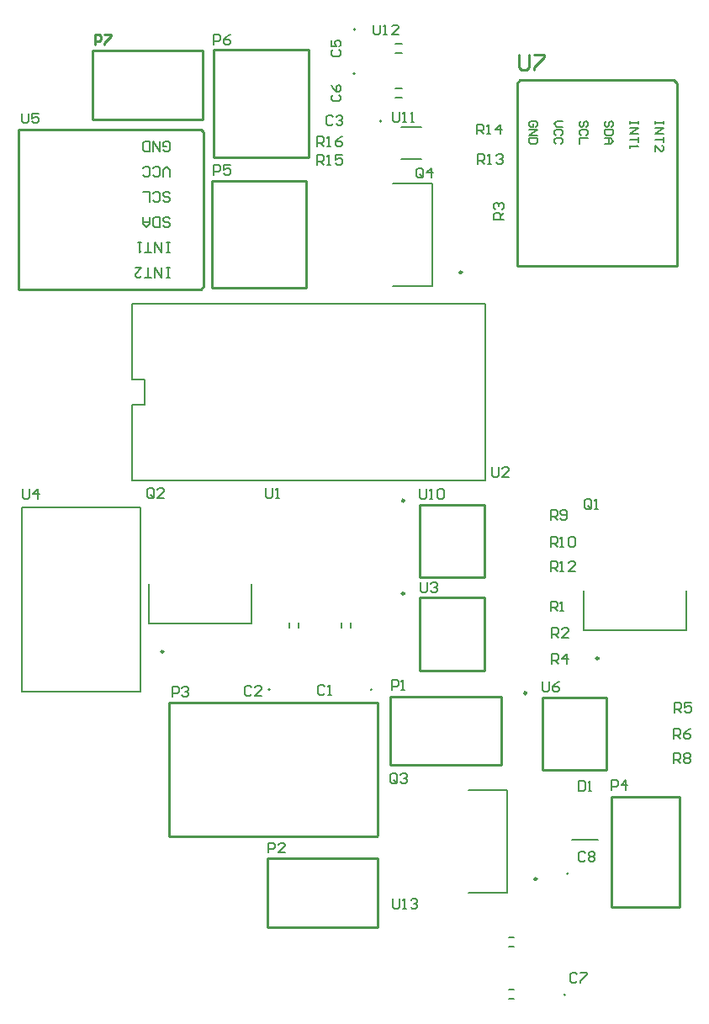
<source format=gto>
G04 Layer_Color=65535*
%FSLAX44Y44*%
%MOMM*%
G71*
G01*
G75*
%ADD29C,0.2500*%
%ADD38C,0.1524*%
%ADD39C,0.2540*%
%ADD40C,0.2000*%
%ADD41C,0.2032*%
%ADD42C,0.1641*%
D29*
X-232250Y120100D02*
G03*
X-232250Y120100I-1250J0D01*
G01*
X-94650Y-268500D02*
G03*
X-94650Y-268500I-1250J0D01*
G01*
X-532650Y-261671D02*
G03*
X-532650Y-261671I-1250J0D01*
G01*
X-156750Y-490500D02*
G03*
X-156750Y-490500I-1250J0D01*
G01*
X-602000Y349000D02*
Y358997D01*
X-597002D01*
X-595336Y357331D01*
Y353998D01*
X-597002Y352332D01*
X-602000D01*
X-592003Y358997D02*
X-585339D01*
Y357331D01*
X-592003Y350666D01*
Y349000D01*
D38*
X-339800Y319923D02*
G03*
X-339800Y319923I-762J0D01*
G01*
Y364400D02*
G03*
X-339800Y364400I-762J0D01*
G01*
X-313315Y272000D02*
G03*
X-313315Y272000I-762J0D01*
G01*
X-322792Y-300000D02*
G03*
X-322792Y-300000I-762J0D01*
G01*
X-425684Y-300000D02*
G03*
X-425684Y-300000I-762J0D01*
G01*
X-128161Y-607000D02*
G03*
X-128161Y-607000I-762J0D01*
G01*
X-125161Y-485000D02*
G03*
X-125161Y-485000I-762J0D01*
G01*
X-299585Y349945D02*
X-292498D01*
X-299585Y304945D02*
X-292498D01*
X-299585Y341055D02*
X-292498D01*
X-299585Y296055D02*
X-292498D01*
X-293463Y265748D02*
X-273397D01*
X-293463Y234252D02*
X-273397D01*
X-343901Y-237659D02*
Y-232604D01*
X-396701Y-237659D02*
Y-232604D01*
X-353299Y-237659D02*
Y-232604D01*
X-406099Y-237659D02*
Y-232604D01*
X-185396Y-548901D02*
X-180341D01*
X-185396Y-601701D02*
X-180341D01*
X-185396Y-558299D02*
X-180341D01*
X-185396Y-611099D02*
X-180341D01*
D39*
X-290303Y-203360D02*
G03*
X-290303Y-203360I-1270J0D01*
G01*
X-167260Y-303360D02*
G03*
X-167260Y-303360I-1270J0D01*
G01*
X-290260Y-109729D02*
G03*
X-290260Y-109729I-1270J0D01*
G01*
X-18850Y313550D02*
X-15850Y310550D01*
X-173850Y313550D02*
X-18850D01*
X-176850Y310550D02*
X-173850Y313550D01*
X-176850Y126550D02*
Y310550D01*
Y126550D02*
X-15850D01*
Y310550D01*
X-493000Y274000D02*
Y343000D01*
X-604000Y274000D02*
X-493000D01*
X-604000D02*
Y327000D01*
Y343000D02*
X-493000D01*
X-604000Y327000D02*
Y343000D01*
X-484000Y212000D02*
X-389000D01*
Y104000D02*
Y212000D01*
X-484000Y104000D02*
X-389000D01*
X-484000D02*
Y212000D01*
X-481958Y236000D02*
X-386958D01*
X-481958D02*
Y344000D01*
X-386958D01*
Y236000D02*
Y344000D01*
X-82000Y-519000D02*
X-66000D01*
X-82000D02*
Y-408000D01*
X-66000Y-519000D02*
X-13000D01*
Y-408000D01*
X-82000D02*
X-13000D01*
X-317000Y-539000D02*
Y-523000D01*
X-428000Y-539000D02*
X-317000D01*
Y-523000D02*
Y-470000D01*
X-428000D02*
X-317000D01*
X-428000Y-539000D02*
Y-470000D01*
X-527000Y-313000D02*
X-317000D01*
X-527000Y-448000D02*
Y-313000D01*
Y-448000D02*
X-318000D01*
X-317000Y-447000D01*
Y-313000D01*
X-274543Y-207500D02*
X-209543D01*
Y-280500D02*
Y-207500D01*
X-274543Y-280500D02*
X-209543D01*
X-274543D02*
Y-207500D01*
X-495000Y103000D02*
X-492000Y106000D01*
Y261000D01*
X-495000Y264000D02*
X-492000Y261000D01*
X-679000Y264000D02*
X-495000D01*
X-679000Y103000D02*
Y264000D01*
Y103000D02*
X-495000D01*
X-151500Y-307500D02*
X-86500D01*
Y-380500D02*
Y-307500D01*
X-151500Y-380500D02*
X-86500D01*
X-151500D02*
Y-307500D01*
X-304000Y-323000D02*
Y-307000D01*
X-193000D01*
X-304000Y-376000D02*
Y-323000D01*
Y-376000D02*
X-193000D01*
Y-307000D01*
X-274499Y-113869D02*
X-209500D01*
Y-186869D02*
Y-113869D01*
X-274499Y-186869D02*
X-209500D01*
X-274499D02*
Y-113869D01*
X-175000Y339235D02*
Y326539D01*
X-172461Y324000D01*
X-167383D01*
X-164843Y326539D01*
Y339235D01*
X-159765D02*
X-149608D01*
Y336696D01*
X-159765Y326539D01*
Y324000D01*
D40*
X-301500Y106500D02*
X-262000D01*
Y209500D01*
X-301500D02*
X-262000D01*
X-121500Y-451250D02*
X-95500D01*
X-6500Y-240000D02*
Y-200500D01*
X-109500Y-240000D02*
X-6500D01*
X-109500D02*
Y-200500D01*
X-444500Y-233171D02*
Y-193671D01*
X-547500Y-233171D02*
X-444500D01*
X-547500D02*
Y-193671D01*
X-675086Y-302230D02*
X-556086D01*
X-675086Y-116230D02*
X-556086D01*
X-675086Y-302230D02*
Y-116230D01*
X-556086Y-302230D02*
Y-116230D01*
X-226000Y-401101D02*
X-186500D01*
Y-504100D02*
Y-401101D01*
X-226000Y-504100D02*
X-186500D01*
X-190000Y173000D02*
X-199997D01*
Y177998D01*
X-198331Y179664D01*
X-194998D01*
X-193332Y177998D01*
Y173000D01*
Y176332D02*
X-190000Y179664D01*
X-198331Y182997D02*
X-199997Y184663D01*
Y187995D01*
X-198331Y189661D01*
X-196665D01*
X-194998Y187995D01*
Y186329D01*
Y187995D01*
X-193332Y189661D01*
X-191666D01*
X-190000Y187995D01*
Y184663D01*
X-191666Y182997D01*
X-108336Y-464669D02*
X-110002Y-463003D01*
X-113334D01*
X-115000Y-464669D01*
Y-471334D01*
X-113334Y-473000D01*
X-110002D01*
X-108336Y-471334D01*
X-105003Y-464669D02*
X-103337Y-463003D01*
X-100005D01*
X-98339Y-464669D01*
Y-466335D01*
X-100005Y-468002D01*
X-98339Y-469668D01*
Y-471334D01*
X-100005Y-473000D01*
X-103337D01*
X-105003Y-471334D01*
Y-469668D01*
X-103337Y-468002D01*
X-105003Y-466335D01*
Y-464669D01*
X-103337Y-468002D02*
X-100005D01*
X-116335Y-586669D02*
X-118002Y-585003D01*
X-121334D01*
X-123000Y-586669D01*
Y-593334D01*
X-121334Y-595000D01*
X-118002D01*
X-116335Y-593334D01*
X-113003Y-585003D02*
X-106339D01*
Y-586669D01*
X-113003Y-593334D01*
Y-595000D01*
X-302000Y-510003D02*
Y-518334D01*
X-300334Y-520000D01*
X-297002D01*
X-295336Y-518334D01*
Y-510003D01*
X-292003Y-520000D02*
X-288671D01*
X-290337D01*
Y-510003D01*
X-292003Y-511669D01*
X-283673D02*
X-282006Y-510003D01*
X-278674D01*
X-277008Y-511669D01*
Y-513335D01*
X-278674Y-515002D01*
X-280340D01*
X-278674D01*
X-277008Y-516668D01*
Y-518334D01*
X-278674Y-520000D01*
X-282006D01*
X-283673Y-518334D01*
X-275000Y-98003D02*
Y-106334D01*
X-273334Y-108000D01*
X-270002D01*
X-268335Y-106334D01*
Y-98003D01*
X-265003Y-108000D02*
X-261671D01*
X-263337D01*
Y-98003D01*
X-265003Y-99669D01*
X-256673D02*
X-255006Y-98003D01*
X-251674D01*
X-250008Y-99669D01*
Y-106334D01*
X-251674Y-108000D01*
X-255006D01*
X-256673Y-106334D01*
Y-99669D01*
X-151000Y-292003D02*
Y-300334D01*
X-149334Y-302000D01*
X-146002D01*
X-144335Y-300334D01*
Y-292003D01*
X-134339D02*
X-137671Y-293669D01*
X-141003Y-297002D01*
Y-300334D01*
X-139337Y-302000D01*
X-136005D01*
X-134339Y-300334D01*
Y-298668D01*
X-136005Y-297002D01*
X-141003D01*
X-675000Y279997D02*
Y271666D01*
X-673334Y270000D01*
X-670002D01*
X-668335Y271666D01*
Y279997D01*
X-658339D02*
X-665003D01*
Y274998D01*
X-661671Y276665D01*
X-660005D01*
X-658339Y274998D01*
Y271666D01*
X-660005Y270000D01*
X-663337D01*
X-665003Y271666D01*
X-674097Y-98207D02*
Y-106538D01*
X-672431Y-108204D01*
X-669099D01*
X-667433Y-106538D01*
Y-98207D01*
X-659102Y-108204D02*
Y-98207D01*
X-664101Y-103206D01*
X-657436D01*
X-274000Y-192003D02*
Y-200334D01*
X-272334Y-202000D01*
X-269002D01*
X-267335Y-200334D01*
Y-192003D01*
X-264003Y-193669D02*
X-262337Y-192003D01*
X-259005D01*
X-257339Y-193669D01*
Y-195336D01*
X-259005Y-197002D01*
X-260671D01*
X-259005D01*
X-257339Y-198668D01*
Y-200334D01*
X-259005Y-202000D01*
X-262337D01*
X-264003Y-200334D01*
X-202000Y-76003D02*
Y-84334D01*
X-200334Y-86000D01*
X-197002D01*
X-195336Y-84334D01*
Y-76003D01*
X-185339Y-86000D02*
X-192003D01*
X-185339Y-79335D01*
Y-77669D01*
X-187005Y-76003D01*
X-190337D01*
X-192003Y-77669D01*
X-429497Y-97003D02*
Y-105334D01*
X-427831Y-107000D01*
X-424499D01*
X-422832Y-105334D01*
Y-97003D01*
X-419500Y-107000D02*
X-416168D01*
X-417834D01*
Y-97003D01*
X-419500Y-98670D01*
X-143000Y-181000D02*
Y-171003D01*
X-138002D01*
X-136335Y-172669D01*
Y-176002D01*
X-138002Y-177668D01*
X-143000D01*
X-139668D02*
X-136335Y-181000D01*
X-133003D02*
X-129671D01*
X-131337D01*
Y-171003D01*
X-133003Y-172669D01*
X-118008Y-181000D02*
X-124673D01*
X-118008Y-174335D01*
Y-172669D01*
X-119674Y-171003D01*
X-123006D01*
X-124673Y-172669D01*
X-143000Y-156000D02*
Y-146003D01*
X-138002D01*
X-136335Y-147669D01*
Y-151002D01*
X-138002Y-152668D01*
X-143000D01*
X-139668D02*
X-136335Y-156000D01*
X-133003D02*
X-129671D01*
X-131337D01*
Y-146003D01*
X-133003Y-147669D01*
X-124673D02*
X-123006Y-146003D01*
X-119674D01*
X-118008Y-147669D01*
Y-154334D01*
X-119674Y-156000D01*
X-123006D01*
X-124673Y-154334D01*
Y-147669D01*
X-143000Y-129000D02*
Y-119003D01*
X-138002D01*
X-136335Y-120669D01*
Y-124002D01*
X-138002Y-125668D01*
X-143000D01*
X-139668D02*
X-136335Y-129000D01*
X-133003Y-127334D02*
X-131337Y-129000D01*
X-128005D01*
X-126339Y-127334D01*
Y-120669D01*
X-128005Y-119003D01*
X-131337D01*
X-133003Y-120669D01*
Y-122336D01*
X-131337Y-124002D01*
X-126339D01*
X-18750Y-374000D02*
Y-364003D01*
X-13752D01*
X-12085Y-365669D01*
Y-369002D01*
X-13752Y-370668D01*
X-18750D01*
X-15418D02*
X-12085Y-374000D01*
X-8753Y-365669D02*
X-7087Y-364003D01*
X-3755D01*
X-2089Y-365669D01*
Y-367336D01*
X-3755Y-369002D01*
X-2089Y-370668D01*
Y-372334D01*
X-3755Y-374000D01*
X-7087D01*
X-8753Y-372334D01*
Y-370668D01*
X-7087Y-369002D01*
X-8753Y-367336D01*
Y-365669D01*
X-7087Y-369002D02*
X-3755D01*
X-19000Y-349000D02*
Y-339003D01*
X-14002D01*
X-12335Y-340669D01*
Y-344002D01*
X-14002Y-345668D01*
X-19000D01*
X-15668D02*
X-12335Y-349000D01*
X-2339Y-339003D02*
X-5671Y-340669D01*
X-9003Y-344002D01*
Y-347334D01*
X-7337Y-349000D01*
X-4005D01*
X-2339Y-347334D01*
Y-345668D01*
X-4005Y-344002D01*
X-9003D01*
X-18000Y-323000D02*
Y-313003D01*
X-13002D01*
X-11336Y-314669D01*
Y-318002D01*
X-13002Y-319668D01*
X-18000D01*
X-14668D02*
X-11336Y-323000D01*
X-1339Y-313003D02*
X-8003D01*
Y-318002D01*
X-4671Y-316336D01*
X-3005D01*
X-1339Y-318002D01*
Y-321334D01*
X-3005Y-323000D01*
X-6337D01*
X-8003Y-321334D01*
X-142000Y-274000D02*
Y-264003D01*
X-137002D01*
X-135336Y-265669D01*
Y-269002D01*
X-137002Y-270668D01*
X-142000D01*
X-138668D02*
X-135336Y-274000D01*
X-127005D02*
Y-264003D01*
X-132003Y-269002D01*
X-125339D01*
X-142000Y-248000D02*
Y-238003D01*
X-137002D01*
X-135336Y-239669D01*
Y-243002D01*
X-137002Y-244668D01*
X-142000D01*
X-138668D02*
X-135336Y-248000D01*
X-125339D02*
X-132003D01*
X-125339Y-241336D01*
Y-239669D01*
X-127005Y-238003D01*
X-130337D01*
X-132003Y-239669D01*
X-143000Y-221000D02*
Y-211003D01*
X-138002D01*
X-136335Y-212669D01*
Y-216002D01*
X-138002Y-217668D01*
X-143000D01*
X-139668D02*
X-136335Y-221000D01*
X-133003D02*
X-129671D01*
X-131337D01*
Y-211003D01*
X-133003Y-212669D01*
X-297335Y-392334D02*
Y-385669D01*
X-299002Y-384003D01*
X-302334D01*
X-304000Y-385669D01*
Y-392334D01*
X-302334Y-394000D01*
X-299002D01*
X-300668Y-390668D02*
X-297335Y-394000D01*
X-299002D02*
X-297335Y-392334D01*
X-294003Y-385669D02*
X-292337Y-384003D01*
X-289005D01*
X-287339Y-385669D01*
Y-387336D01*
X-289005Y-389002D01*
X-290671D01*
X-289005D01*
X-287339Y-390668D01*
Y-392334D01*
X-289005Y-394000D01*
X-292337D01*
X-294003Y-392334D01*
X-542336Y-105334D02*
Y-98669D01*
X-544002Y-97003D01*
X-547334D01*
X-549000Y-98669D01*
Y-105334D01*
X-547334Y-107000D01*
X-544002D01*
X-545668Y-103668D02*
X-542336Y-107000D01*
X-544002D02*
X-542336Y-105334D01*
X-532339Y-107000D02*
X-539003D01*
X-532339Y-100336D01*
Y-98669D01*
X-534005Y-97003D01*
X-537337D01*
X-539003Y-98669D01*
X-102336Y-116334D02*
Y-109669D01*
X-104002Y-108003D01*
X-107334D01*
X-109000Y-109669D01*
Y-116334D01*
X-107334Y-118000D01*
X-104002D01*
X-105668Y-114668D02*
X-102336Y-118000D01*
X-104002D02*
X-102336Y-116334D01*
X-99003Y-118000D02*
X-95671D01*
X-97337D01*
Y-108003D01*
X-99003Y-109669D01*
X-524000Y-307000D02*
Y-297003D01*
X-519002D01*
X-517336Y-298669D01*
Y-302002D01*
X-519002Y-303668D01*
X-524000D01*
X-514003Y-298669D02*
X-512337Y-297003D01*
X-509005D01*
X-507339Y-298669D01*
Y-300336D01*
X-509005Y-302002D01*
X-510671D01*
X-509005D01*
X-507339Y-303668D01*
Y-305334D01*
X-509005Y-307000D01*
X-512337D01*
X-514003Y-305334D01*
X-427000Y-464000D02*
Y-454003D01*
X-422002D01*
X-420336Y-455669D01*
Y-459002D01*
X-422002Y-460668D01*
X-427000D01*
X-410339Y-464000D02*
X-417003D01*
X-410339Y-457336D01*
Y-455669D01*
X-412005Y-454003D01*
X-415337D01*
X-417003Y-455669D01*
X-303000Y-300000D02*
Y-290003D01*
X-298002D01*
X-296336Y-291669D01*
Y-295002D01*
X-298002Y-296668D01*
X-303000D01*
X-293003Y-300000D02*
X-289671D01*
X-291337D01*
Y-290003D01*
X-293003Y-291669D01*
X-444336Y-297669D02*
X-446002Y-296003D01*
X-449334D01*
X-451000Y-297669D01*
Y-304334D01*
X-449334Y-306000D01*
X-446002D01*
X-444336Y-304334D01*
X-434339Y-306000D02*
X-441003D01*
X-434339Y-299335D01*
Y-297669D01*
X-436005Y-296003D01*
X-439337D01*
X-441003Y-297669D01*
X-370336Y-296669D02*
X-372002Y-295003D01*
X-375334D01*
X-377000Y-296669D01*
Y-303334D01*
X-375334Y-305000D01*
X-372002D01*
X-370336Y-303334D01*
X-367003Y-305000D02*
X-363671D01*
X-365337D01*
Y-295003D01*
X-367003Y-296669D01*
X-115000Y-391503D02*
Y-401500D01*
X-110002D01*
X-108336Y-399834D01*
Y-393169D01*
X-110002Y-391503D01*
X-115000D01*
X-105004Y-401500D02*
X-101671D01*
X-103338D01*
Y-391503D01*
X-105004Y-393169D01*
X-82000Y-401000D02*
Y-391003D01*
X-77002D01*
X-75335Y-392669D01*
Y-396002D01*
X-77002Y-397668D01*
X-82000D01*
X-67005Y-401000D02*
Y-391003D01*
X-72003Y-396002D01*
X-65339D01*
X-362336Y276331D02*
X-364002Y277997D01*
X-367334D01*
X-369000Y276331D01*
Y269666D01*
X-367334Y268000D01*
X-364002D01*
X-362336Y269666D01*
X-359003Y276331D02*
X-357337Y277997D01*
X-354005D01*
X-352339Y276331D01*
Y274664D01*
X-354005Y272998D01*
X-355671D01*
X-354005D01*
X-352339Y271332D01*
Y269666D01*
X-354005Y268000D01*
X-357337D01*
X-359003Y269666D01*
X-362331Y343665D02*
X-363997Y341998D01*
Y338666D01*
X-362331Y337000D01*
X-355666D01*
X-354000Y338666D01*
Y341998D01*
X-355666Y343665D01*
X-363997Y353661D02*
Y346997D01*
X-358998D01*
X-360664Y350329D01*
Y351995D01*
X-358998Y353661D01*
X-355666D01*
X-354000Y351995D01*
Y348663D01*
X-355666Y346997D01*
X-362331Y298664D02*
X-363997Y296998D01*
Y293666D01*
X-362331Y292000D01*
X-355666D01*
X-354000Y293666D01*
Y296998D01*
X-355666Y298664D01*
X-363997Y308661D02*
X-362331Y305329D01*
X-358998Y301997D01*
X-355666D01*
X-354000Y303663D01*
Y306995D01*
X-355666Y308661D01*
X-357332D01*
X-358998Y306995D01*
Y301997D01*
X-482000Y218000D02*
Y227997D01*
X-477002D01*
X-475336Y226331D01*
Y222998D01*
X-477002Y221332D01*
X-482000D01*
X-465339Y227997D02*
X-472003D01*
Y222998D01*
X-468671Y224664D01*
X-467005D01*
X-465339Y222998D01*
Y219666D01*
X-467005Y218000D01*
X-470337D01*
X-472003Y219666D01*
X-481958Y349000D02*
Y358997D01*
X-476959D01*
X-475293Y357331D01*
Y353999D01*
X-476959Y352332D01*
X-481958D01*
X-465296Y358997D02*
X-468629Y357331D01*
X-471961Y353999D01*
Y350666D01*
X-470295Y349000D01*
X-466963D01*
X-465296Y350666D01*
Y352332D01*
X-466963Y353999D01*
X-471961D01*
X-271336Y216666D02*
Y223331D01*
X-273002Y224997D01*
X-276334D01*
X-278000Y223331D01*
Y216666D01*
X-276334Y215000D01*
X-273002D01*
X-274668Y218332D02*
X-271336Y215000D01*
X-273002D02*
X-271336Y216666D01*
X-263005Y215000D02*
Y224997D01*
X-268003Y219998D01*
X-261339D01*
X-216250Y229000D02*
Y238997D01*
X-211252D01*
X-209585Y237331D01*
Y233998D01*
X-211252Y232332D01*
X-216250D01*
X-212918D02*
X-209585Y229000D01*
X-206253D02*
X-202921D01*
X-204587D01*
Y238997D01*
X-206253Y237331D01*
X-197923D02*
X-196256Y238997D01*
X-192924D01*
X-191258Y237331D01*
Y235664D01*
X-192924Y233998D01*
X-194590D01*
X-192924D01*
X-191258Y232332D01*
Y230666D01*
X-192924Y229000D01*
X-196256D01*
X-197923Y230666D01*
X-217000Y259000D02*
Y268997D01*
X-212002D01*
X-210336Y267331D01*
Y263998D01*
X-212002Y262332D01*
X-217000D01*
X-213668D02*
X-210336Y259000D01*
X-207003D02*
X-203671D01*
X-205337D01*
Y268997D01*
X-207003Y267331D01*
X-193674Y259000D02*
Y268997D01*
X-198673Y263998D01*
X-192008D01*
X-378000Y228000D02*
Y237997D01*
X-373002D01*
X-371335Y236331D01*
Y232998D01*
X-373002Y231332D01*
X-378000D01*
X-374668D02*
X-371335Y228000D01*
X-368003D02*
X-364671D01*
X-366337D01*
Y237997D01*
X-368003Y236331D01*
X-353008Y237997D02*
X-359673D01*
Y232998D01*
X-356340Y234664D01*
X-354674D01*
X-353008Y232998D01*
Y229666D01*
X-354674Y228000D01*
X-358006D01*
X-359673Y229666D01*
X-378000Y247000D02*
Y256997D01*
X-373002D01*
X-371335Y255331D01*
Y251998D01*
X-373002Y250332D01*
X-378000D01*
X-374668D02*
X-371335Y247000D01*
X-368003D02*
X-364671D01*
X-366337D01*
Y256997D01*
X-368003Y255331D01*
X-353008Y256997D02*
X-356340Y255331D01*
X-359673Y251998D01*
Y248666D01*
X-358006Y247000D01*
X-354674D01*
X-353008Y248666D01*
Y250332D01*
X-354674Y251998D01*
X-359673D01*
X-302000Y280997D02*
Y272666D01*
X-300334Y271000D01*
X-297002D01*
X-295336Y272666D01*
Y280997D01*
X-292003Y271000D02*
X-288671D01*
X-290337D01*
Y280997D01*
X-292003Y279331D01*
X-283673Y271000D02*
X-280340D01*
X-282006D01*
Y280997D01*
X-283673Y279331D01*
X-321000Y368997D02*
Y360666D01*
X-319334Y359000D01*
X-316002D01*
X-314335Y360666D01*
Y368997D01*
X-311003Y359000D02*
X-307671D01*
X-309337D01*
Y368997D01*
X-311003Y367331D01*
X-296008Y359000D02*
X-302673D01*
X-296008Y365664D01*
Y367331D01*
X-297674Y368997D01*
X-301006D01*
X-302673Y367331D01*
X-526360Y114933D02*
X-529692D01*
X-528026D01*
Y124930D01*
X-526360D01*
X-529692D01*
X-534691D02*
Y114933D01*
X-541355Y124930D01*
Y114933D01*
X-544687D02*
X-551352D01*
X-548020D01*
Y124930D01*
X-561349D02*
X-554684D01*
X-561349Y118265D01*
Y116599D01*
X-559683Y114933D01*
X-556350D01*
X-554684Y116599D01*
X-526360Y140333D02*
X-529692D01*
X-528026D01*
Y150330D01*
X-526360D01*
X-529692D01*
X-534691D02*
Y140333D01*
X-541355Y150330D01*
Y140333D01*
X-544687D02*
X-551352D01*
X-548020D01*
Y150330D01*
X-554684D02*
X-558016D01*
X-556350D01*
Y140333D01*
X-554684Y141999D01*
X-533024Y192799D02*
X-531358Y191133D01*
X-528026D01*
X-526360Y192799D01*
Y194466D01*
X-528026Y196132D01*
X-531358D01*
X-533024Y197798D01*
Y199464D01*
X-531358Y201130D01*
X-528026D01*
X-526360Y199464D01*
X-543021Y192799D02*
X-541355Y191133D01*
X-538023D01*
X-536357Y192799D01*
Y199464D01*
X-538023Y201130D01*
X-541355D01*
X-543021Y199464D01*
X-546353Y191133D02*
Y201130D01*
X-553018D01*
X-533024Y167399D02*
X-531358Y165733D01*
X-528026D01*
X-526360Y167399D01*
Y169065D01*
X-528026Y170732D01*
X-531358D01*
X-533024Y172398D01*
Y174064D01*
X-531358Y175730D01*
X-528026D01*
X-526360Y174064D01*
X-536357Y165733D02*
Y175730D01*
X-541355D01*
X-543021Y174064D01*
Y167399D01*
X-541355Y165733D01*
X-536357D01*
X-546353Y175730D02*
Y169065D01*
X-549686Y165733D01*
X-553018Y169065D01*
Y175730D01*
Y170732D01*
X-546353D01*
X-526360Y216533D02*
Y223198D01*
X-529692Y226530D01*
X-533024Y223198D01*
Y216533D01*
X-543021Y218199D02*
X-541355Y216533D01*
X-538023D01*
X-536357Y218199D01*
Y224864D01*
X-538023Y226530D01*
X-541355D01*
X-543021Y224864D01*
X-553018Y218199D02*
X-551352Y216533D01*
X-548020D01*
X-546353Y218199D01*
Y224864D01*
X-548020Y226530D01*
X-551352D01*
X-553018Y224864D01*
X-533024Y243599D02*
X-531358Y241933D01*
X-528026D01*
X-526360Y243599D01*
Y250264D01*
X-528026Y251930D01*
X-531358D01*
X-533024Y250264D01*
Y246932D01*
X-529692D01*
X-536357Y251930D02*
Y241933D01*
X-543021Y251930D01*
Y241933D01*
X-546353D02*
Y251930D01*
X-551352D01*
X-553018Y250264D01*
Y243599D01*
X-551352Y241933D01*
X-546353D01*
D41*
X-564100Y-13500D02*
X-551400D01*
X-564100Y-89700D02*
Y-13500D01*
Y-89700D02*
X-208500D01*
Y88100D01*
X-564100D02*
X-208500D01*
X-564100Y11900D02*
Y88100D01*
Y11900D02*
X-551400D01*
Y-13500D02*
Y11900D01*
D42*
X-29147Y272190D02*
Y269312D01*
Y270751D01*
X-37780D01*
Y272190D01*
Y269312D01*
Y264996D02*
X-29147D01*
X-37780Y259240D01*
X-29147D01*
Y256362D02*
Y250607D01*
Y253485D01*
X-37780D01*
Y241974D02*
Y247729D01*
X-32025Y241974D01*
X-30586D01*
X-29147Y243413D01*
Y246290D01*
X-30586Y247729D01*
X-54547Y272190D02*
Y269312D01*
Y270751D01*
X-63180D01*
Y272190D01*
Y269312D01*
Y264996D02*
X-54547D01*
X-63180Y259240D01*
X-54547D01*
Y256362D02*
Y250607D01*
Y253485D01*
X-63180D01*
Y247729D02*
Y244851D01*
Y246290D01*
X-54547D01*
X-55986Y247729D01*
X-106786Y266434D02*
X-105347Y267873D01*
Y270751D01*
X-106786Y272190D01*
X-108224D01*
X-109663Y270751D01*
Y267873D01*
X-111102Y266434D01*
X-112541D01*
X-113980Y267873D01*
Y270751D01*
X-112541Y272190D01*
X-106786Y257801D02*
X-105347Y259240D01*
Y262118D01*
X-106786Y263557D01*
X-112541D01*
X-113980Y262118D01*
Y259240D01*
X-112541Y257801D01*
X-105347Y254924D02*
X-113980D01*
Y249168D01*
X-81386Y266434D02*
X-79947Y267873D01*
Y270751D01*
X-81386Y272190D01*
X-82824D01*
X-84263Y270751D01*
Y267873D01*
X-85702Y266434D01*
X-87141D01*
X-88580Y267873D01*
Y270751D01*
X-87141Y272190D01*
X-79947Y263557D02*
X-88580D01*
Y259240D01*
X-87141Y257801D01*
X-81386D01*
X-79947Y259240D01*
Y263557D01*
X-88580Y254924D02*
X-82824D01*
X-79947Y252046D01*
X-82824Y249168D01*
X-88580D01*
X-84263D01*
Y254924D01*
X-130747Y272190D02*
X-136502D01*
X-139380Y269312D01*
X-136502Y266434D01*
X-130747D01*
X-132186Y257801D02*
X-130747Y259240D01*
Y262118D01*
X-132186Y263557D01*
X-137941D01*
X-139380Y262118D01*
Y259240D01*
X-137941Y257801D01*
X-132186Y249168D02*
X-130747Y250607D01*
Y253485D01*
X-132186Y254924D01*
X-137941D01*
X-139380Y253485D01*
Y250607D01*
X-137941Y249168D01*
X-157586Y266434D02*
X-156147Y267873D01*
Y270751D01*
X-157586Y272190D01*
X-163341D01*
X-164780Y270751D01*
Y267873D01*
X-163341Y266434D01*
X-160463D01*
Y269312D01*
X-164780Y263557D02*
X-156147D01*
X-164780Y257801D01*
X-156147D01*
Y254924D02*
X-164780D01*
Y250607D01*
X-163341Y249168D01*
X-157586D01*
X-156147Y250607D01*
Y254924D01*
M02*

</source>
